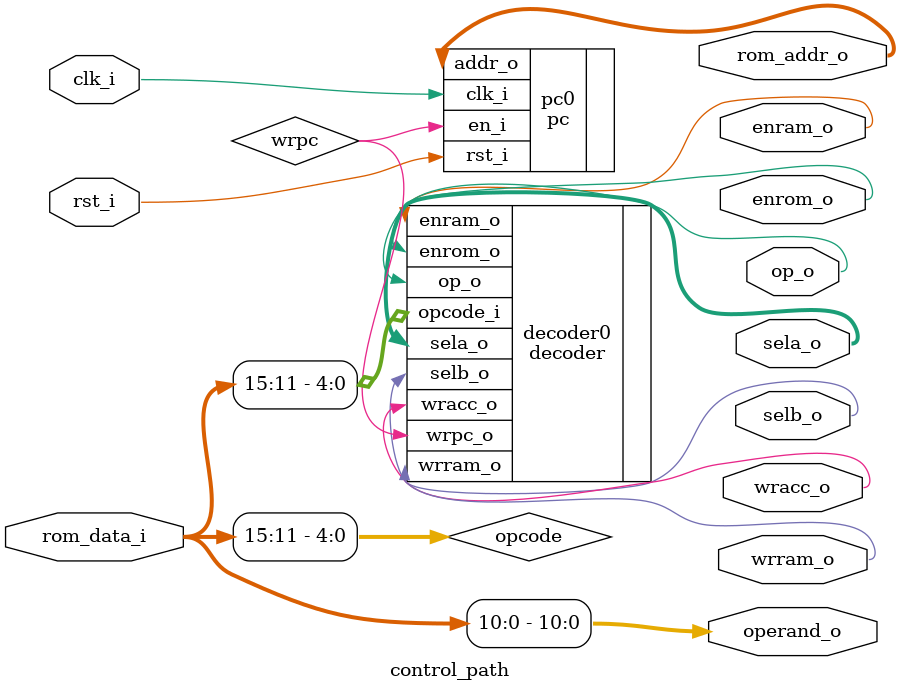
<source format=sv>
module control_path (
    clk_i,
    rst_i,
    rom_addr_o,
    rom_data_i,
    wrram_o,
    sela_o,
	selb_o,
	wracc_o,
	op_o,
	operand_o,
	enram_o, 
	enrom_o
);

    input logic clk_i, rst_i;
    input logic [15:0] rom_data_i;
    output logic [10:0] rom_addr_o;
    output logic wrram_o, wracc_o, op_o, selb_o, enram_o, enrom_o; 
	output logic [1:0] sela_o;
	output logic [10:0] operand_o;

    logic [4:0] opcode;
    logic wrpc;

    assign opcode = rom_data_i [15:11];
    assign operand_o = rom_data_i [10:0];

    decoder decoder0 (.enrom_o(enrom_o), .enram_o(enram_o), .opcode_i(opcode), .wrpc_o(wrpc), .sela_o(sela_o), .selb_o(selb_o), .wracc_o(wracc_o), .op_o(op_o), .wrram_o(wrram_o));
    pc pc0 (.clk_i(clk_i), .rst_i(rst_i), .en_i(wrpc), .addr_o(rom_addr_o));

endmodule:control_path


</source>
